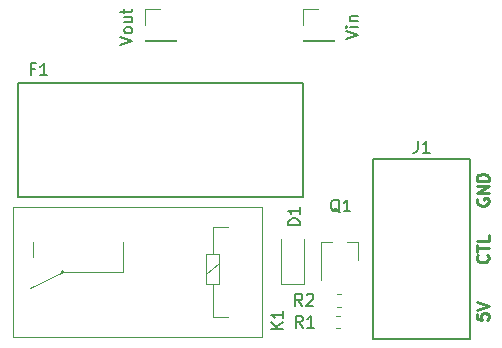
<source format=gbr>
G04 #@! TF.GenerationSoftware,KiCad,Pcbnew,5.0.2-bee76a0~70~ubuntu18.04.1*
G04 #@! TF.CreationDate,2019-01-01T14:42:11-08:00*
G04 #@! TF.ProjectId,Outlet_Relay_V1,4f75746c-6574-45f5-9265-6c61795f5631,rev?*
G04 #@! TF.SameCoordinates,Original*
G04 #@! TF.FileFunction,Legend,Top*
G04 #@! TF.FilePolarity,Positive*
%FSLAX46Y46*%
G04 Gerber Fmt 4.6, Leading zero omitted, Abs format (unit mm)*
G04 Created by KiCad (PCBNEW 5.0.2-bee76a0~70~ubuntu18.04.1) date Tue 01 Jan 2019 02:42:11 PM PST*
%MOMM*%
%LPD*%
G01*
G04 APERTURE LIST*
%ADD10C,0.250000*%
%ADD11C,0.120000*%
%ADD12C,0.150000*%
G04 APERTURE END LIST*
D10*
X163342700Y-83121404D02*
X163295080Y-83216642D01*
X163295080Y-83359500D01*
X163342700Y-83502357D01*
X163437938Y-83597595D01*
X163533176Y-83645214D01*
X163723652Y-83692833D01*
X163866509Y-83692833D01*
X164056985Y-83645214D01*
X164152223Y-83597595D01*
X164247461Y-83502357D01*
X164295080Y-83359500D01*
X164295080Y-83264261D01*
X164247461Y-83121404D01*
X164199842Y-83073785D01*
X163866509Y-83073785D01*
X163866509Y-83264261D01*
X164295080Y-82645214D02*
X163295080Y-82645214D01*
X164295080Y-82073785D01*
X163295080Y-82073785D01*
X164295080Y-81597595D02*
X163295080Y-81597595D01*
X163295080Y-81359500D01*
X163342700Y-81216642D01*
X163437938Y-81121404D01*
X163533176Y-81073785D01*
X163723652Y-81026166D01*
X163866509Y-81026166D01*
X164056985Y-81073785D01*
X164152223Y-81121404D01*
X164247461Y-81216642D01*
X164295080Y-81359500D01*
X164295080Y-81597595D01*
X164199842Y-87890290D02*
X164247461Y-87937909D01*
X164295080Y-88080766D01*
X164295080Y-88176004D01*
X164247461Y-88318861D01*
X164152223Y-88414100D01*
X164056985Y-88461719D01*
X163866509Y-88509338D01*
X163723652Y-88509338D01*
X163533176Y-88461719D01*
X163437938Y-88414100D01*
X163342700Y-88318861D01*
X163295080Y-88176004D01*
X163295080Y-88080766D01*
X163342700Y-87937909D01*
X163390319Y-87890290D01*
X163295080Y-87604576D02*
X163295080Y-87033147D01*
X164295080Y-87318861D02*
X163295080Y-87318861D01*
X164295080Y-86223623D02*
X164295080Y-86699814D01*
X163295080Y-86699814D01*
X163295080Y-92836976D02*
X163295080Y-93313166D01*
X163771271Y-93360785D01*
X163723652Y-93313166D01*
X163676033Y-93217928D01*
X163676033Y-92979833D01*
X163723652Y-92884595D01*
X163771271Y-92836976D01*
X163866509Y-92789357D01*
X164104604Y-92789357D01*
X164199842Y-92836976D01*
X164247461Y-92884595D01*
X164295080Y-92979833D01*
X164295080Y-93217928D01*
X164247461Y-93313166D01*
X164199842Y-93360785D01*
X163295080Y-92503642D02*
X164295080Y-92170309D01*
X163295080Y-91836976D01*
D11*
G04 #@! TO.C,Vin*
X148542700Y-69744900D02*
X151202700Y-69744900D01*
X148542700Y-69684900D02*
X148542700Y-69744900D01*
X151202700Y-69684900D02*
X151202700Y-69744900D01*
X148542700Y-69684900D02*
X151202700Y-69684900D01*
X148542700Y-68414900D02*
X148542700Y-67084900D01*
X148542700Y-67084900D02*
X149872700Y-67084900D01*
G04 #@! TO.C,D1*
X146675600Y-90350700D02*
X148675600Y-90350700D01*
X148675600Y-90350700D02*
X148675600Y-86500700D01*
X146675600Y-90350700D02*
X146675600Y-86500700D01*
D12*
G04 #@! TO.C,F1*
X124445000Y-73280400D02*
X124445000Y-82980400D01*
X124445000Y-82980400D02*
X148605000Y-82980400D01*
X148605000Y-82980400D02*
X148605000Y-73280400D01*
X148605000Y-73280400D02*
X124445000Y-73280400D01*
G04 #@! TO.C,J1*
X154484900Y-94976000D02*
X162684900Y-94976000D01*
X162684900Y-94976000D02*
X162684900Y-79776000D01*
X162684900Y-79776000D02*
X154484900Y-79776000D01*
X154484900Y-79776000D02*
X154484900Y-94976000D01*
D11*
G04 #@! TO.C,K1*
X128219200Y-89281000D02*
X125429200Y-90681000D01*
X125679200Y-86741000D02*
X125679200Y-88011000D01*
X133299200Y-86741000D02*
X133299200Y-89281000D01*
X133299200Y-89281000D02*
X128219200Y-89281000D01*
X141429200Y-88521000D02*
X140409200Y-89531000D01*
X140919200Y-93091000D02*
X142189200Y-93091000D01*
X140919200Y-90301000D02*
X140919200Y-93091000D01*
X140919200Y-85471000D02*
X140919200Y-87761000D01*
X142189200Y-85471000D02*
X140919200Y-85471000D01*
X140919200Y-87761000D02*
X141429200Y-87761000D01*
X141429200Y-87761000D02*
X141429200Y-90301000D01*
X141429200Y-90301000D02*
X140919200Y-90301000D01*
X140919200Y-90301000D02*
X140409200Y-90301000D01*
X140409200Y-90301000D02*
X140409200Y-87761000D01*
X140409200Y-87761000D02*
X140919200Y-87761000D01*
X145139200Y-83781000D02*
X123999200Y-83781000D01*
X123999200Y-83781000D02*
X123999200Y-94781000D01*
X145139200Y-83781000D02*
X145139200Y-94781000D01*
X145139200Y-94781000D02*
X123999200Y-94781000D01*
X128349200Y-89281000D02*
G75*
G03X128349200Y-89281000I-130000J0D01*
G01*
G04 #@! TO.C,Q1*
X153268800Y-86806500D02*
X152338800Y-86806500D01*
X150108800Y-86806500D02*
X151038800Y-86806500D01*
X150108800Y-86806500D02*
X150108800Y-89966500D01*
X153268800Y-86806500D02*
X153268800Y-88266500D01*
G04 #@! TO.C,R1*
X151745767Y-94083600D02*
X151403233Y-94083600D01*
X151745767Y-93063600D02*
X151403233Y-93063600D01*
G04 #@! TO.C,R2*
X151428633Y-92242100D02*
X151771167Y-92242100D01*
X151428633Y-91222100D02*
X151771167Y-91222100D01*
G04 #@! TO.C,Vout*
X135169600Y-67084900D02*
X136499600Y-67084900D01*
X135169600Y-68414900D02*
X135169600Y-67084900D01*
X135169600Y-69684900D02*
X137829600Y-69684900D01*
X137829600Y-69684900D02*
X137829600Y-69744900D01*
X135169600Y-69684900D02*
X135169600Y-69744900D01*
X135169600Y-69744900D02*
X137829600Y-69744900D01*
G04 #@! TO.C,Vin*
D12*
X152207980Y-69578409D02*
X153207980Y-69245076D01*
X152207980Y-68911742D01*
X153207980Y-68578409D02*
X152541314Y-68578409D01*
X152207980Y-68578409D02*
X152255600Y-68626028D01*
X152303219Y-68578409D01*
X152255600Y-68530790D01*
X152207980Y-68578409D01*
X152303219Y-68578409D01*
X152541314Y-68102219D02*
X153207980Y-68102219D01*
X152636552Y-68102219D02*
X152588933Y-68054600D01*
X152541314Y-67959361D01*
X152541314Y-67816504D01*
X152588933Y-67721266D01*
X152684171Y-67673647D01*
X153207980Y-67673647D01*
G04 #@! TO.C,D1*
X148318480Y-85358195D02*
X147318480Y-85358195D01*
X147318480Y-85120100D01*
X147366100Y-84977242D01*
X147461338Y-84882004D01*
X147556576Y-84834385D01*
X147747052Y-84786766D01*
X147889909Y-84786766D01*
X148080385Y-84834385D01*
X148175623Y-84882004D01*
X148270861Y-84977242D01*
X148318480Y-85120100D01*
X148318480Y-85358195D01*
X148318480Y-83834385D02*
X148318480Y-84405814D01*
X148318480Y-84120100D02*
X147318480Y-84120100D01*
X147461338Y-84215338D01*
X147556576Y-84310576D01*
X147604195Y-84405814D01*
G04 #@! TO.C,F1*
X125866566Y-72115371D02*
X125533233Y-72115371D01*
X125533233Y-72639180D02*
X125533233Y-71639180D01*
X126009423Y-71639180D01*
X126914185Y-72639180D02*
X126342757Y-72639180D01*
X126628471Y-72639180D02*
X126628471Y-71639180D01*
X126533233Y-71782038D01*
X126437995Y-71877276D01*
X126342757Y-71924895D01*
G04 #@! TO.C,J1*
X158302366Y-78230480D02*
X158302366Y-78944766D01*
X158254747Y-79087623D01*
X158159509Y-79182861D01*
X158016652Y-79230480D01*
X157921414Y-79230480D01*
X159302366Y-79230480D02*
X158730938Y-79230480D01*
X159016652Y-79230480D02*
X159016652Y-78230480D01*
X158921414Y-78373338D01*
X158826176Y-78468576D01*
X158730938Y-78516195D01*
G04 #@! TO.C,K1*
X146883380Y-94159295D02*
X145883380Y-94159295D01*
X146883380Y-93587866D02*
X146311952Y-94016438D01*
X145883380Y-93587866D02*
X146454809Y-94159295D01*
X146883380Y-92635485D02*
X146883380Y-93206914D01*
X146883380Y-92921200D02*
X145883380Y-92921200D01*
X146026238Y-93016438D01*
X146121476Y-93111676D01*
X146169095Y-93206914D01*
G04 #@! TO.C,Q1*
X151695161Y-84278719D02*
X151599923Y-84231100D01*
X151504685Y-84135861D01*
X151361828Y-83993004D01*
X151266590Y-83945385D01*
X151171352Y-83945385D01*
X151218971Y-84183480D02*
X151123733Y-84135861D01*
X151028495Y-84040623D01*
X150980876Y-83850147D01*
X150980876Y-83516814D01*
X151028495Y-83326338D01*
X151123733Y-83231100D01*
X151218971Y-83183480D01*
X151409447Y-83183480D01*
X151504685Y-83231100D01*
X151599923Y-83326338D01*
X151647542Y-83516814D01*
X151647542Y-83850147D01*
X151599923Y-84040623D01*
X151504685Y-84135861D01*
X151409447Y-84183480D01*
X151218971Y-84183480D01*
X152599923Y-84183480D02*
X152028495Y-84183480D01*
X152314209Y-84183480D02*
X152314209Y-83183480D01*
X152218971Y-83326338D01*
X152123733Y-83421576D01*
X152028495Y-83469195D01*
G04 #@! TO.C,R1*
X148550333Y-94025980D02*
X148217000Y-93549790D01*
X147978904Y-94025980D02*
X147978904Y-93025980D01*
X148359857Y-93025980D01*
X148455095Y-93073600D01*
X148502714Y-93121219D01*
X148550333Y-93216457D01*
X148550333Y-93359314D01*
X148502714Y-93454552D01*
X148455095Y-93502171D01*
X148359857Y-93549790D01*
X147978904Y-93549790D01*
X149502714Y-94025980D02*
X148931285Y-94025980D01*
X149217000Y-94025980D02*
X149217000Y-93025980D01*
X149121761Y-93168838D01*
X149026523Y-93264076D01*
X148931285Y-93311695D01*
G04 #@! TO.C,R2*
X148512233Y-92171780D02*
X148178900Y-91695590D01*
X147940804Y-92171780D02*
X147940804Y-91171780D01*
X148321757Y-91171780D01*
X148416995Y-91219400D01*
X148464614Y-91267019D01*
X148512233Y-91362257D01*
X148512233Y-91505114D01*
X148464614Y-91600352D01*
X148416995Y-91647971D01*
X148321757Y-91695590D01*
X147940804Y-91695590D01*
X148893185Y-91267019D02*
X148940804Y-91219400D01*
X149036042Y-91171780D01*
X149274138Y-91171780D01*
X149369376Y-91219400D01*
X149416995Y-91267019D01*
X149464614Y-91362257D01*
X149464614Y-91457495D01*
X149416995Y-91600352D01*
X148845566Y-92171780D01*
X149464614Y-92171780D01*
G04 #@! TO.C,Vout*
X133119880Y-70078409D02*
X134119880Y-69745076D01*
X133119880Y-69411742D01*
X134119880Y-68935552D02*
X134072261Y-69030790D01*
X134024642Y-69078409D01*
X133929404Y-69126028D01*
X133643690Y-69126028D01*
X133548452Y-69078409D01*
X133500833Y-69030790D01*
X133453214Y-68935552D01*
X133453214Y-68792695D01*
X133500833Y-68697457D01*
X133548452Y-68649838D01*
X133643690Y-68602219D01*
X133929404Y-68602219D01*
X134024642Y-68649838D01*
X134072261Y-68697457D01*
X134119880Y-68792695D01*
X134119880Y-68935552D01*
X133453214Y-67745076D02*
X134119880Y-67745076D01*
X133453214Y-68173647D02*
X133977023Y-68173647D01*
X134072261Y-68126028D01*
X134119880Y-68030790D01*
X134119880Y-67887933D01*
X134072261Y-67792695D01*
X134024642Y-67745076D01*
X133453214Y-67411742D02*
X133453214Y-67030790D01*
X133119880Y-67268885D02*
X133977023Y-67268885D01*
X134072261Y-67221266D01*
X134119880Y-67126028D01*
X134119880Y-67030790D01*
G04 #@! TD*
M02*

</source>
